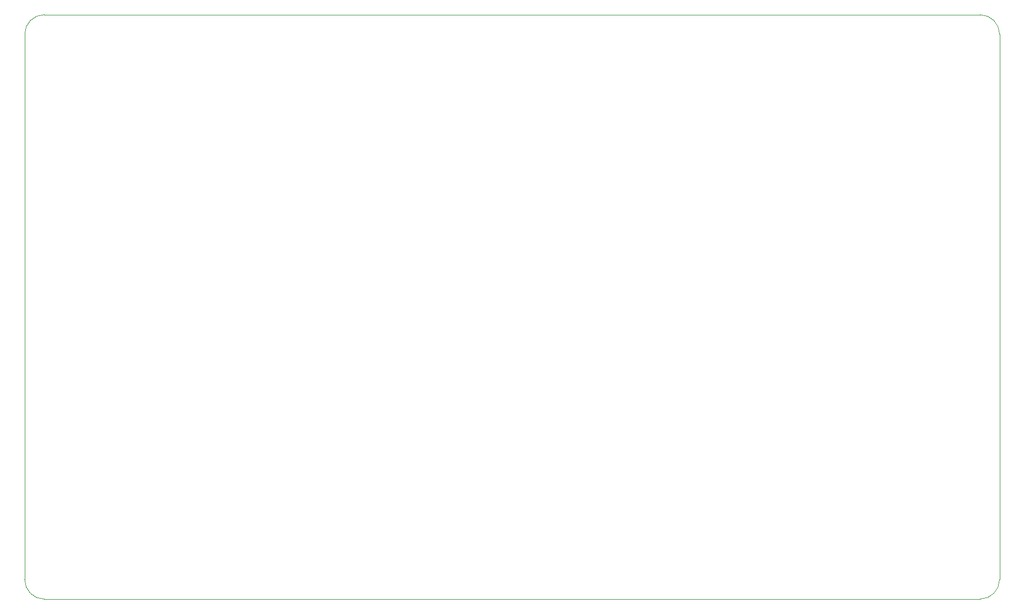
<source format=gm1>
G04 #@! TF.FileFunction,Profile,NP*
%FSLAX46Y46*%
G04 Gerber Fmt 4.6, Leading zero omitted, Abs format (unit mm)*
G04 Created by KiCad (PCBNEW 4.0.5) date Sun Feb 12 14:34:10 2017*
%MOMM*%
%LPD*%
G01*
G04 APERTURE LIST*
%ADD10C,0.020000*%
%ADD11C,0.100000*%
G04 APERTURE END LIST*
D10*
D11*
X20000000Y-33000000D02*
G75*
G02X23000000Y-30000000I3000000J0D01*
G01*
X167000000Y-30000000D02*
G75*
G02X170000000Y-33000000I0J-3000000D01*
G01*
X170000000Y-117000000D02*
G75*
G02X167000000Y-120000000I-3000000J0D01*
G01*
X23000000Y-120000000D02*
G75*
G02X20000000Y-117000000I0J3000000D01*
G01*
X20000000Y-33000000D02*
X20000000Y-117000000D01*
X167000000Y-30000000D02*
X23000000Y-30000000D01*
X170000000Y-117000000D02*
X170000000Y-33000000D01*
X23000000Y-120000000D02*
X167000000Y-120000000D01*
M02*

</source>
